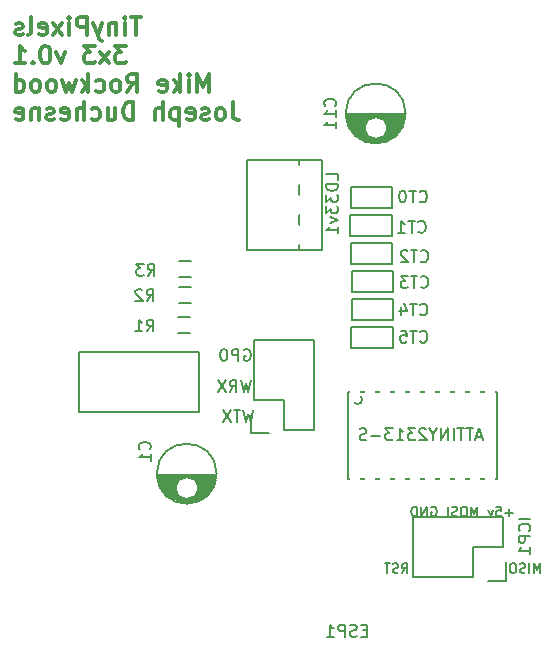
<source format=gbo>
G04 #@! TF.FileFunction,Legend,Bot*
%FSLAX46Y46*%
G04 Gerber Fmt 4.6, Leading zero omitted, Abs format (unit mm)*
G04 Created by KiCad (PCBNEW (2016-01-16 BZR 6488, Git a9216b9)-product) date 1/31/2016 10:30:37 PM*
%MOMM*%
G01*
G04 APERTURE LIST*
%ADD10C,0.100000*%
%ADD11C,0.300000*%
%ADD12C,0.150000*%
%ADD13C,0.200000*%
%ADD14C,0.152400*%
%ADD15R,2.127200X2.127200*%
%ADD16O,2.127200X2.127200*%
%ADD17R,1.700000X1.700000*%
%ADD18C,1.700000*%
%ADD19R,0.900000X2.400000*%
%ADD20O,3.414980X1.906220*%
%ADD21R,2.432000X2.127200*%
%ADD22O,2.432000X2.127200*%
%ADD23R,2.127200X2.432000*%
%ADD24O,2.127200X2.432000*%
%ADD25R,1.600000X1.300000*%
%ADD26R,1.400000X1.400000*%
G04 APERTURE END LIST*
D10*
D11*
X127854932Y-76612191D02*
X126997789Y-76612191D01*
X127426360Y-78112191D02*
X127426360Y-76612191D01*
X126497789Y-78112191D02*
X126497789Y-77112191D01*
X126497789Y-76612191D02*
X126569218Y-76683620D01*
X126497789Y-76755049D01*
X126426361Y-76683620D01*
X126497789Y-76612191D01*
X126497789Y-76755049D01*
X125783503Y-77112191D02*
X125783503Y-78112191D01*
X125783503Y-77255049D02*
X125712075Y-77183620D01*
X125569217Y-77112191D01*
X125354932Y-77112191D01*
X125212075Y-77183620D01*
X125140646Y-77326477D01*
X125140646Y-78112191D01*
X124569217Y-77112191D02*
X124212074Y-78112191D01*
X123854932Y-77112191D02*
X124212074Y-78112191D01*
X124354932Y-78469334D01*
X124426360Y-78540763D01*
X124569217Y-78612191D01*
X123283503Y-78112191D02*
X123283503Y-76612191D01*
X122712075Y-76612191D01*
X122569217Y-76683620D01*
X122497789Y-76755049D01*
X122426360Y-76897906D01*
X122426360Y-77112191D01*
X122497789Y-77255049D01*
X122569217Y-77326477D01*
X122712075Y-77397906D01*
X123283503Y-77397906D01*
X121783503Y-78112191D02*
X121783503Y-77112191D01*
X121783503Y-76612191D02*
X121854932Y-76683620D01*
X121783503Y-76755049D01*
X121712075Y-76683620D01*
X121783503Y-76612191D01*
X121783503Y-76755049D01*
X121212074Y-78112191D02*
X120426360Y-77112191D01*
X121212074Y-77112191D02*
X120426360Y-78112191D01*
X119283503Y-78040763D02*
X119426360Y-78112191D01*
X119712074Y-78112191D01*
X119854931Y-78040763D01*
X119926360Y-77897906D01*
X119926360Y-77326477D01*
X119854931Y-77183620D01*
X119712074Y-77112191D01*
X119426360Y-77112191D01*
X119283503Y-77183620D01*
X119212074Y-77326477D01*
X119212074Y-77469334D01*
X119926360Y-77612191D01*
X118354931Y-78112191D02*
X118497789Y-78040763D01*
X118569217Y-77897906D01*
X118569217Y-76612191D01*
X117854932Y-78040763D02*
X117712075Y-78112191D01*
X117426360Y-78112191D01*
X117283503Y-78040763D01*
X117212075Y-77897906D01*
X117212075Y-77826477D01*
X117283503Y-77683620D01*
X117426360Y-77612191D01*
X117640646Y-77612191D01*
X117783503Y-77540763D01*
X117854932Y-77397906D01*
X117854932Y-77326477D01*
X117783503Y-77183620D01*
X117640646Y-77112191D01*
X117426360Y-77112191D01*
X117283503Y-77183620D01*
X126640644Y-79012191D02*
X125712073Y-79012191D01*
X126212073Y-79583620D01*
X125997787Y-79583620D01*
X125854930Y-79655049D01*
X125783501Y-79726477D01*
X125712073Y-79869334D01*
X125712073Y-80226477D01*
X125783501Y-80369334D01*
X125854930Y-80440763D01*
X125997787Y-80512191D01*
X126426359Y-80512191D01*
X126569216Y-80440763D01*
X126640644Y-80369334D01*
X125212073Y-80512191D02*
X124426359Y-79512191D01*
X125212073Y-79512191D02*
X124426359Y-80512191D01*
X123997787Y-79012191D02*
X123069216Y-79012191D01*
X123569216Y-79583620D01*
X123354930Y-79583620D01*
X123212073Y-79655049D01*
X123140644Y-79726477D01*
X123069216Y-79869334D01*
X123069216Y-80226477D01*
X123140644Y-80369334D01*
X123212073Y-80440763D01*
X123354930Y-80512191D01*
X123783502Y-80512191D01*
X123926359Y-80440763D01*
X123997787Y-80369334D01*
X121426359Y-79512191D02*
X121069216Y-80512191D01*
X120712074Y-79512191D01*
X119854931Y-79012191D02*
X119712074Y-79012191D01*
X119569217Y-79083620D01*
X119497788Y-79155049D01*
X119426359Y-79297906D01*
X119354931Y-79583620D01*
X119354931Y-79940763D01*
X119426359Y-80226477D01*
X119497788Y-80369334D01*
X119569217Y-80440763D01*
X119712074Y-80512191D01*
X119854931Y-80512191D01*
X119997788Y-80440763D01*
X120069217Y-80369334D01*
X120140645Y-80226477D01*
X120212074Y-79940763D01*
X120212074Y-79583620D01*
X120140645Y-79297906D01*
X120069217Y-79155049D01*
X119997788Y-79083620D01*
X119854931Y-79012191D01*
X118712074Y-80369334D02*
X118640646Y-80440763D01*
X118712074Y-80512191D01*
X118783503Y-80440763D01*
X118712074Y-80369334D01*
X118712074Y-80512191D01*
X117212074Y-80512191D02*
X118069217Y-80512191D01*
X117640645Y-80512191D02*
X117640645Y-79012191D01*
X117783502Y-79226477D01*
X117926360Y-79369334D01*
X118069217Y-79440763D01*
X133640647Y-82912191D02*
X133640647Y-81412191D01*
X133140647Y-82483620D01*
X132640647Y-81412191D01*
X132640647Y-82912191D01*
X131926361Y-82912191D02*
X131926361Y-81912191D01*
X131926361Y-81412191D02*
X131997790Y-81483620D01*
X131926361Y-81555049D01*
X131854933Y-81483620D01*
X131926361Y-81412191D01*
X131926361Y-81555049D01*
X131212075Y-82912191D02*
X131212075Y-81412191D01*
X131069218Y-82340763D02*
X130640647Y-82912191D01*
X130640647Y-81912191D02*
X131212075Y-82483620D01*
X129426361Y-82840763D02*
X129569218Y-82912191D01*
X129854932Y-82912191D01*
X129997789Y-82840763D01*
X130069218Y-82697906D01*
X130069218Y-82126477D01*
X129997789Y-81983620D01*
X129854932Y-81912191D01*
X129569218Y-81912191D01*
X129426361Y-81983620D01*
X129354932Y-82126477D01*
X129354932Y-82269334D01*
X130069218Y-82412191D01*
X126712075Y-82912191D02*
X127212075Y-82197906D01*
X127569218Y-82912191D02*
X127569218Y-81412191D01*
X126997790Y-81412191D01*
X126854932Y-81483620D01*
X126783504Y-81555049D01*
X126712075Y-81697906D01*
X126712075Y-81912191D01*
X126783504Y-82055049D01*
X126854932Y-82126477D01*
X126997790Y-82197906D01*
X127569218Y-82197906D01*
X125854932Y-82912191D02*
X125997790Y-82840763D01*
X126069218Y-82769334D01*
X126140647Y-82626477D01*
X126140647Y-82197906D01*
X126069218Y-82055049D01*
X125997790Y-81983620D01*
X125854932Y-81912191D01*
X125640647Y-81912191D01*
X125497790Y-81983620D01*
X125426361Y-82055049D01*
X125354932Y-82197906D01*
X125354932Y-82626477D01*
X125426361Y-82769334D01*
X125497790Y-82840763D01*
X125640647Y-82912191D01*
X125854932Y-82912191D01*
X124069218Y-82840763D02*
X124212075Y-82912191D01*
X124497789Y-82912191D01*
X124640647Y-82840763D01*
X124712075Y-82769334D01*
X124783504Y-82626477D01*
X124783504Y-82197906D01*
X124712075Y-82055049D01*
X124640647Y-81983620D01*
X124497789Y-81912191D01*
X124212075Y-81912191D01*
X124069218Y-81983620D01*
X123426361Y-82912191D02*
X123426361Y-81412191D01*
X123283504Y-82340763D02*
X122854933Y-82912191D01*
X122854933Y-81912191D02*
X123426361Y-82483620D01*
X122354932Y-81912191D02*
X122069218Y-82912191D01*
X121783504Y-82197906D01*
X121497789Y-82912191D01*
X121212075Y-81912191D01*
X120426360Y-82912191D02*
X120569218Y-82840763D01*
X120640646Y-82769334D01*
X120712075Y-82626477D01*
X120712075Y-82197906D01*
X120640646Y-82055049D01*
X120569218Y-81983620D01*
X120426360Y-81912191D01*
X120212075Y-81912191D01*
X120069218Y-81983620D01*
X119997789Y-82055049D01*
X119926360Y-82197906D01*
X119926360Y-82626477D01*
X119997789Y-82769334D01*
X120069218Y-82840763D01*
X120212075Y-82912191D01*
X120426360Y-82912191D01*
X119069217Y-82912191D02*
X119212075Y-82840763D01*
X119283503Y-82769334D01*
X119354932Y-82626477D01*
X119354932Y-82197906D01*
X119283503Y-82055049D01*
X119212075Y-81983620D01*
X119069217Y-81912191D01*
X118854932Y-81912191D01*
X118712075Y-81983620D01*
X118640646Y-82055049D01*
X118569217Y-82197906D01*
X118569217Y-82626477D01*
X118640646Y-82769334D01*
X118712075Y-82840763D01*
X118854932Y-82912191D01*
X119069217Y-82912191D01*
X117283503Y-82912191D02*
X117283503Y-81412191D01*
X117283503Y-82840763D02*
X117426360Y-82912191D01*
X117712074Y-82912191D01*
X117854932Y-82840763D01*
X117926360Y-82769334D01*
X117997789Y-82626477D01*
X117997789Y-82197906D01*
X117926360Y-82055049D01*
X117854932Y-81983620D01*
X117712074Y-81912191D01*
X117426360Y-81912191D01*
X117283503Y-81983620D01*
X135640646Y-83812191D02*
X135640646Y-84883620D01*
X135712074Y-85097906D01*
X135854931Y-85240763D01*
X136069217Y-85312191D01*
X136212074Y-85312191D01*
X134712074Y-85312191D02*
X134854932Y-85240763D01*
X134926360Y-85169334D01*
X134997789Y-85026477D01*
X134997789Y-84597906D01*
X134926360Y-84455049D01*
X134854932Y-84383620D01*
X134712074Y-84312191D01*
X134497789Y-84312191D01*
X134354932Y-84383620D01*
X134283503Y-84455049D01*
X134212074Y-84597906D01*
X134212074Y-85026477D01*
X134283503Y-85169334D01*
X134354932Y-85240763D01*
X134497789Y-85312191D01*
X134712074Y-85312191D01*
X133640646Y-85240763D02*
X133497789Y-85312191D01*
X133212074Y-85312191D01*
X133069217Y-85240763D01*
X132997789Y-85097906D01*
X132997789Y-85026477D01*
X133069217Y-84883620D01*
X133212074Y-84812191D01*
X133426360Y-84812191D01*
X133569217Y-84740763D01*
X133640646Y-84597906D01*
X133640646Y-84526477D01*
X133569217Y-84383620D01*
X133426360Y-84312191D01*
X133212074Y-84312191D01*
X133069217Y-84383620D01*
X131783503Y-85240763D02*
X131926360Y-85312191D01*
X132212074Y-85312191D01*
X132354931Y-85240763D01*
X132426360Y-85097906D01*
X132426360Y-84526477D01*
X132354931Y-84383620D01*
X132212074Y-84312191D01*
X131926360Y-84312191D01*
X131783503Y-84383620D01*
X131712074Y-84526477D01*
X131712074Y-84669334D01*
X132426360Y-84812191D01*
X131069217Y-84312191D02*
X131069217Y-85812191D01*
X131069217Y-84383620D02*
X130926360Y-84312191D01*
X130640646Y-84312191D01*
X130497789Y-84383620D01*
X130426360Y-84455049D01*
X130354931Y-84597906D01*
X130354931Y-85026477D01*
X130426360Y-85169334D01*
X130497789Y-85240763D01*
X130640646Y-85312191D01*
X130926360Y-85312191D01*
X131069217Y-85240763D01*
X129712074Y-85312191D02*
X129712074Y-83812191D01*
X129069217Y-85312191D02*
X129069217Y-84526477D01*
X129140646Y-84383620D01*
X129283503Y-84312191D01*
X129497788Y-84312191D01*
X129640646Y-84383620D01*
X129712074Y-84455049D01*
X127212074Y-85312191D02*
X127212074Y-83812191D01*
X126854931Y-83812191D01*
X126640646Y-83883620D01*
X126497788Y-84026477D01*
X126426360Y-84169334D01*
X126354931Y-84455049D01*
X126354931Y-84669334D01*
X126426360Y-84955049D01*
X126497788Y-85097906D01*
X126640646Y-85240763D01*
X126854931Y-85312191D01*
X127212074Y-85312191D01*
X125069217Y-84312191D02*
X125069217Y-85312191D01*
X125712074Y-84312191D02*
X125712074Y-85097906D01*
X125640646Y-85240763D01*
X125497788Y-85312191D01*
X125283503Y-85312191D01*
X125140646Y-85240763D01*
X125069217Y-85169334D01*
X123712074Y-85240763D02*
X123854931Y-85312191D01*
X124140645Y-85312191D01*
X124283503Y-85240763D01*
X124354931Y-85169334D01*
X124426360Y-85026477D01*
X124426360Y-84597906D01*
X124354931Y-84455049D01*
X124283503Y-84383620D01*
X124140645Y-84312191D01*
X123854931Y-84312191D01*
X123712074Y-84383620D01*
X123069217Y-85312191D02*
X123069217Y-83812191D01*
X122426360Y-85312191D02*
X122426360Y-84526477D01*
X122497789Y-84383620D01*
X122640646Y-84312191D01*
X122854931Y-84312191D01*
X122997789Y-84383620D01*
X123069217Y-84455049D01*
X121140646Y-85240763D02*
X121283503Y-85312191D01*
X121569217Y-85312191D01*
X121712074Y-85240763D01*
X121783503Y-85097906D01*
X121783503Y-84526477D01*
X121712074Y-84383620D01*
X121569217Y-84312191D01*
X121283503Y-84312191D01*
X121140646Y-84383620D01*
X121069217Y-84526477D01*
X121069217Y-84669334D01*
X121783503Y-84812191D01*
X120497789Y-85240763D02*
X120354932Y-85312191D01*
X120069217Y-85312191D01*
X119926360Y-85240763D01*
X119854932Y-85097906D01*
X119854932Y-85026477D01*
X119926360Y-84883620D01*
X120069217Y-84812191D01*
X120283503Y-84812191D01*
X120426360Y-84740763D01*
X120497789Y-84597906D01*
X120497789Y-84526477D01*
X120426360Y-84383620D01*
X120283503Y-84312191D01*
X120069217Y-84312191D01*
X119926360Y-84383620D01*
X119212074Y-84312191D02*
X119212074Y-85312191D01*
X119212074Y-84455049D02*
X119140646Y-84383620D01*
X118997788Y-84312191D01*
X118783503Y-84312191D01*
X118640646Y-84383620D01*
X118569217Y-84526477D01*
X118569217Y-85312191D01*
X117283503Y-85240763D02*
X117426360Y-85312191D01*
X117712074Y-85312191D01*
X117854931Y-85240763D01*
X117926360Y-85097906D01*
X117926360Y-84526477D01*
X117854931Y-84383620D01*
X117712074Y-84312191D01*
X117426360Y-84312191D01*
X117283503Y-84383620D01*
X117212074Y-84526477D01*
X117212074Y-84669334D01*
X117926360Y-84812191D01*
D12*
X149970435Y-123650965D02*
X150237102Y-123270012D01*
X150427578Y-123650965D02*
X150427578Y-122850965D01*
X150122816Y-122850965D01*
X150046625Y-122889060D01*
X150008530Y-122927155D01*
X149970435Y-123003346D01*
X149970435Y-123117631D01*
X150008530Y-123193822D01*
X150046625Y-123231917D01*
X150122816Y-123270012D01*
X150427578Y-123270012D01*
X149665673Y-123612870D02*
X149551387Y-123650965D01*
X149360911Y-123650965D01*
X149284721Y-123612870D01*
X149246625Y-123574774D01*
X149208530Y-123498584D01*
X149208530Y-123422393D01*
X149246625Y-123346203D01*
X149284721Y-123308108D01*
X149360911Y-123270012D01*
X149513292Y-123231917D01*
X149589483Y-123193822D01*
X149627578Y-123155727D01*
X149665673Y-123079536D01*
X149665673Y-123003346D01*
X149627578Y-122927155D01*
X149589483Y-122889060D01*
X149513292Y-122850965D01*
X149322816Y-122850965D01*
X149208530Y-122889060D01*
X148979959Y-122850965D02*
X148522816Y-122850965D01*
X148751387Y-123650965D02*
X148751387Y-122850965D01*
X161668303Y-123650965D02*
X161668303Y-122850965D01*
X161401636Y-123422393D01*
X161134969Y-122850965D01*
X161134969Y-123650965D01*
X160754017Y-123650965D02*
X160754017Y-122850965D01*
X160411160Y-123612870D02*
X160296874Y-123650965D01*
X160106398Y-123650965D01*
X160030208Y-123612870D01*
X159992112Y-123574774D01*
X159954017Y-123498584D01*
X159954017Y-123422393D01*
X159992112Y-123346203D01*
X160030208Y-123308108D01*
X160106398Y-123270012D01*
X160258779Y-123231917D01*
X160334970Y-123193822D01*
X160373065Y-123155727D01*
X160411160Y-123079536D01*
X160411160Y-123003346D01*
X160373065Y-122927155D01*
X160334970Y-122889060D01*
X160258779Y-122850965D01*
X160068303Y-122850965D01*
X159954017Y-122889060D01*
X159458779Y-122850965D02*
X159306398Y-122850965D01*
X159230207Y-122889060D01*
X159154017Y-122965250D01*
X159115922Y-123117631D01*
X159115922Y-123384298D01*
X159154017Y-123536679D01*
X159230207Y-123612870D01*
X159306398Y-123650965D01*
X159458779Y-123650965D01*
X159534969Y-123612870D01*
X159611160Y-123536679D01*
X159649255Y-123384298D01*
X159649255Y-123117631D01*
X159611160Y-122965250D01*
X159534969Y-122889060D01*
X159458779Y-122850965D01*
X159341287Y-118550683D02*
X158731763Y-118550683D01*
X159036525Y-118855445D02*
X159036525Y-118245921D01*
X157969858Y-118055445D02*
X158350811Y-118055445D01*
X158388906Y-118436397D01*
X158350811Y-118398302D01*
X158274620Y-118360207D01*
X158084144Y-118360207D01*
X158007954Y-118398302D01*
X157969858Y-118436397D01*
X157931763Y-118512588D01*
X157931763Y-118703064D01*
X157969858Y-118779254D01*
X158007954Y-118817350D01*
X158084144Y-118855445D01*
X158274620Y-118855445D01*
X158350811Y-118817350D01*
X158388906Y-118779254D01*
X157665096Y-118322111D02*
X157474620Y-118855445D01*
X157284144Y-118322111D01*
X156369858Y-118855445D02*
X156369858Y-118055445D01*
X156103191Y-118626873D01*
X155836524Y-118055445D01*
X155836524Y-118855445D01*
X155303191Y-118055445D02*
X155150810Y-118055445D01*
X155074619Y-118093540D01*
X154998429Y-118169730D01*
X154960334Y-118322111D01*
X154960334Y-118588778D01*
X154998429Y-118741159D01*
X155074619Y-118817350D01*
X155150810Y-118855445D01*
X155303191Y-118855445D01*
X155379381Y-118817350D01*
X155455572Y-118741159D01*
X155493667Y-118588778D01*
X155493667Y-118322111D01*
X155455572Y-118169730D01*
X155379381Y-118093540D01*
X155303191Y-118055445D01*
X154655572Y-118817350D02*
X154541286Y-118855445D01*
X154350810Y-118855445D01*
X154274620Y-118817350D01*
X154236524Y-118779254D01*
X154198429Y-118703064D01*
X154198429Y-118626873D01*
X154236524Y-118550683D01*
X154274620Y-118512588D01*
X154350810Y-118474492D01*
X154503191Y-118436397D01*
X154579382Y-118398302D01*
X154617477Y-118360207D01*
X154655572Y-118284016D01*
X154655572Y-118207826D01*
X154617477Y-118131635D01*
X154579382Y-118093540D01*
X154503191Y-118055445D01*
X154312715Y-118055445D01*
X154198429Y-118093540D01*
X153855572Y-118855445D02*
X153855572Y-118055445D01*
X152446048Y-118093540D02*
X152522239Y-118055445D01*
X152636524Y-118055445D01*
X152750810Y-118093540D01*
X152827001Y-118169730D01*
X152865096Y-118245921D01*
X152903191Y-118398302D01*
X152903191Y-118512588D01*
X152865096Y-118664969D01*
X152827001Y-118741159D01*
X152750810Y-118817350D01*
X152636524Y-118855445D01*
X152560334Y-118855445D01*
X152446048Y-118817350D01*
X152407953Y-118779254D01*
X152407953Y-118512588D01*
X152560334Y-118512588D01*
X152065096Y-118855445D02*
X152065096Y-118055445D01*
X151607953Y-118855445D01*
X151607953Y-118055445D01*
X151227001Y-118855445D02*
X151227001Y-118055445D01*
X151036525Y-118055445D01*
X150922239Y-118093540D01*
X150846048Y-118169730D01*
X150807953Y-118245921D01*
X150769858Y-118398302D01*
X150769858Y-118512588D01*
X150807953Y-118664969D01*
X150846048Y-118741159D01*
X150922239Y-118817350D01*
X151036525Y-118855445D01*
X151227001Y-118855445D01*
D13*
X137185542Y-107313481D02*
X136947447Y-108313481D01*
X136756970Y-107599195D01*
X136566494Y-108313481D01*
X136328399Y-107313481D01*
X135376018Y-108313481D02*
X135709352Y-107837290D01*
X135947447Y-108313481D02*
X135947447Y-107313481D01*
X135566494Y-107313481D01*
X135471256Y-107361100D01*
X135423637Y-107408719D01*
X135376018Y-107503957D01*
X135376018Y-107646814D01*
X135423637Y-107742052D01*
X135471256Y-107789671D01*
X135566494Y-107837290D01*
X135947447Y-107837290D01*
X135042685Y-107313481D02*
X134376018Y-108313481D01*
X134376018Y-107313481D02*
X135042685Y-108313481D01*
X137401774Y-109896661D02*
X137163679Y-110896661D01*
X136973202Y-110182375D01*
X136782726Y-110896661D01*
X136544631Y-109896661D01*
X136306536Y-109896661D02*
X135735107Y-109896661D01*
X136020822Y-110896661D02*
X136020822Y-109896661D01*
X135497012Y-109896661D02*
X134830345Y-110896661D01*
X134830345Y-109896661D02*
X135497012Y-110896661D01*
X136611905Y-104742360D02*
X136707143Y-104694741D01*
X136850000Y-104694741D01*
X136992858Y-104742360D01*
X137088096Y-104837598D01*
X137135715Y-104932836D01*
X137183334Y-105123312D01*
X137183334Y-105266170D01*
X137135715Y-105456646D01*
X137088096Y-105551884D01*
X136992858Y-105647122D01*
X136850000Y-105694741D01*
X136754762Y-105694741D01*
X136611905Y-105647122D01*
X136564286Y-105599503D01*
X136564286Y-105266170D01*
X136754762Y-105266170D01*
X136135715Y-105694741D02*
X136135715Y-104694741D01*
X135754762Y-104694741D01*
X135659524Y-104742360D01*
X135611905Y-104789979D01*
X135564286Y-104885217D01*
X135564286Y-105028074D01*
X135611905Y-105123312D01*
X135659524Y-105170931D01*
X135754762Y-105218550D01*
X136135715Y-105218550D01*
X134945239Y-104694741D02*
X134850000Y-104694741D01*
X134754762Y-104742360D01*
X134707143Y-104789979D01*
X134659524Y-104885217D01*
X134611905Y-105075693D01*
X134611905Y-105313789D01*
X134659524Y-105504265D01*
X134707143Y-105599503D01*
X134754762Y-105647122D01*
X134850000Y-105694741D01*
X134945239Y-105694741D01*
X135040477Y-105647122D01*
X135088096Y-105599503D01*
X135135715Y-105504265D01*
X135183334Y-105313789D01*
X135183334Y-105075693D01*
X135135715Y-104885217D01*
X135088096Y-104789979D01*
X135040477Y-104742360D01*
X134945239Y-104694741D01*
D14*
X132770000Y-107480000D02*
X132770000Y-110020000D01*
X132770000Y-110020000D02*
X130230000Y-110020000D01*
X130230000Y-110020000D02*
X122610000Y-110020000D01*
X122610000Y-110020000D02*
X122610000Y-104940000D01*
X122610000Y-104940000D02*
X132770000Y-104940000D01*
X132770000Y-104940000D02*
X132770000Y-107480000D01*
D12*
X129251000Y-115325000D02*
X134249000Y-115325000D01*
X129259000Y-115465000D02*
X134241000Y-115465000D01*
X129275000Y-115605000D02*
X131655000Y-115605000D01*
X131845000Y-115605000D02*
X134225000Y-115605000D01*
X129299000Y-115745000D02*
X131260000Y-115745000D01*
X132240000Y-115745000D02*
X134201000Y-115745000D01*
X129332000Y-115885000D02*
X131093000Y-115885000D01*
X132407000Y-115885000D02*
X134168000Y-115885000D01*
X129373000Y-116025000D02*
X130986000Y-116025000D01*
X132514000Y-116025000D02*
X134127000Y-116025000D01*
X129423000Y-116165000D02*
X130915000Y-116165000D01*
X132585000Y-116165000D02*
X134077000Y-116165000D01*
X129484000Y-116305000D02*
X130871000Y-116305000D01*
X132629000Y-116305000D02*
X134016000Y-116305000D01*
X129554000Y-116445000D02*
X130852000Y-116445000D01*
X132648000Y-116445000D02*
X133946000Y-116445000D01*
X129636000Y-116585000D02*
X130854000Y-116585000D01*
X132646000Y-116585000D02*
X133864000Y-116585000D01*
X129731000Y-116725000D02*
X130879000Y-116725000D01*
X132621000Y-116725000D02*
X133769000Y-116725000D01*
X129842000Y-116865000D02*
X130927000Y-116865000D01*
X132573000Y-116865000D02*
X133658000Y-116865000D01*
X129970000Y-117005000D02*
X131005000Y-117005000D01*
X132495000Y-117005000D02*
X133530000Y-117005000D01*
X130119000Y-117145000D02*
X131122000Y-117145000D01*
X132378000Y-117145000D02*
X133381000Y-117145000D01*
X130298000Y-117285000D02*
X131310000Y-117285000D01*
X132190000Y-117285000D02*
X133202000Y-117285000D01*
X130517000Y-117425000D02*
X132983000Y-117425000D01*
X130806000Y-117565000D02*
X132694000Y-117565000D01*
X131278000Y-117705000D02*
X132222000Y-117705000D01*
X132650000Y-116500000D02*
G75*
G03X132650000Y-116500000I-900000J0D01*
G01*
X134287500Y-115250000D02*
G75*
G03X134287500Y-115250000I-2537500J0D01*
G01*
X145251000Y-84825000D02*
X150249000Y-84825000D01*
X145259000Y-84965000D02*
X150241000Y-84965000D01*
X145275000Y-85105000D02*
X147655000Y-85105000D01*
X147845000Y-85105000D02*
X150225000Y-85105000D01*
X145299000Y-85245000D02*
X147260000Y-85245000D01*
X148240000Y-85245000D02*
X150201000Y-85245000D01*
X145332000Y-85385000D02*
X147093000Y-85385000D01*
X148407000Y-85385000D02*
X150168000Y-85385000D01*
X145373000Y-85525000D02*
X146986000Y-85525000D01*
X148514000Y-85525000D02*
X150127000Y-85525000D01*
X145423000Y-85665000D02*
X146915000Y-85665000D01*
X148585000Y-85665000D02*
X150077000Y-85665000D01*
X145484000Y-85805000D02*
X146871000Y-85805000D01*
X148629000Y-85805000D02*
X150016000Y-85805000D01*
X145554000Y-85945000D02*
X146852000Y-85945000D01*
X148648000Y-85945000D02*
X149946000Y-85945000D01*
X145636000Y-86085000D02*
X146854000Y-86085000D01*
X148646000Y-86085000D02*
X149864000Y-86085000D01*
X145731000Y-86225000D02*
X146879000Y-86225000D01*
X148621000Y-86225000D02*
X149769000Y-86225000D01*
X145842000Y-86365000D02*
X146927000Y-86365000D01*
X148573000Y-86365000D02*
X149658000Y-86365000D01*
X145970000Y-86505000D02*
X147005000Y-86505000D01*
X148495000Y-86505000D02*
X149530000Y-86505000D01*
X146119000Y-86645000D02*
X147122000Y-86645000D01*
X148378000Y-86645000D02*
X149381000Y-86645000D01*
X146298000Y-86785000D02*
X147310000Y-86785000D01*
X148190000Y-86785000D02*
X149202000Y-86785000D01*
X146517000Y-86925000D02*
X148983000Y-86925000D01*
X146806000Y-87065000D02*
X148694000Y-87065000D01*
X147278000Y-87205000D02*
X148222000Y-87205000D01*
X148650000Y-86000000D02*
G75*
G03X148650000Y-86000000I-900000J0D01*
G01*
X150287500Y-84750000D02*
G75*
G03X150287500Y-84750000I-2537500J0D01*
G01*
X137480000Y-108980000D02*
X137480000Y-103900000D01*
X137200000Y-111800000D02*
X138750000Y-111800000D01*
X140020000Y-111520000D02*
X140020000Y-108980000D01*
X140020000Y-108980000D02*
X137480000Y-108980000D01*
X137480000Y-103900000D02*
X142560000Y-103900000D01*
X142560000Y-103900000D02*
X142560000Y-108980000D01*
X137200000Y-111800000D02*
X137200000Y-110250000D01*
X142560000Y-111520000D02*
X140020000Y-111520000D01*
X142560000Y-108980000D02*
X142560000Y-111520000D01*
X146603553Y-109000000D02*
G75*
G03X146603553Y-109000000I-353553J0D01*
G01*
X158050000Y-115700000D02*
X158050000Y-108300000D01*
X158050000Y-108300000D02*
X145450000Y-108300000D01*
X145450000Y-108300000D02*
X145450000Y-115700000D01*
X145450000Y-115700000D02*
X158050000Y-115700000D01*
X155980000Y-124020000D02*
X150900000Y-124020000D01*
X158800000Y-124300000D02*
X158800000Y-122750000D01*
X158520000Y-121480000D02*
X155980000Y-121480000D01*
X155980000Y-121480000D02*
X155980000Y-124020000D01*
X150900000Y-124020000D02*
X150900000Y-118940000D01*
X150900000Y-118940000D02*
X155980000Y-118940000D01*
X158800000Y-124300000D02*
X157250000Y-124300000D01*
X158520000Y-118940000D02*
X158520000Y-121480000D01*
X155980000Y-118940000D02*
X158520000Y-118940000D01*
X143175000Y-96310000D02*
X136825000Y-96310000D01*
X143175000Y-88690000D02*
X136825000Y-88690000D01*
X141270000Y-88690000D02*
X141270000Y-96310000D01*
X143175000Y-96310000D02*
X143175000Y-88690000D01*
X136825000Y-88690000D02*
X136825000Y-96310000D01*
X132031000Y-102005000D02*
X131031000Y-102005000D01*
X131031000Y-103355000D02*
X132031000Y-103355000D01*
X131103000Y-100825000D02*
X132103000Y-100825000D01*
X132103000Y-99475000D02*
X131103000Y-99475000D01*
X131105000Y-98622500D02*
X132105000Y-98622500D01*
X132105000Y-97272500D02*
X131105000Y-97272500D01*
X145624000Y-90943900D02*
X145624000Y-92743900D01*
X145624000Y-90943900D02*
X149124000Y-90943900D01*
X149124000Y-90943900D02*
X149124000Y-92743900D01*
X149124000Y-92743900D02*
X145624000Y-92743900D01*
X145609000Y-93331500D02*
X145609000Y-95131500D01*
X145609000Y-93331500D02*
X149109000Y-93331500D01*
X149109000Y-93331500D02*
X149109000Y-95131500D01*
X149109000Y-95131500D02*
X145609000Y-95131500D01*
X145656000Y-95716500D02*
X145656000Y-97516500D01*
X145656000Y-95716500D02*
X149156000Y-95716500D01*
X149156000Y-95716500D02*
X149156000Y-97516500D01*
X149156000Y-97516500D02*
X145656000Y-97516500D01*
X145731000Y-98101600D02*
X145731000Y-99901600D01*
X145731000Y-98101600D02*
X149231000Y-98101600D01*
X149231000Y-98101600D02*
X149231000Y-99901600D01*
X149231000Y-99901600D02*
X145731000Y-99901600D01*
X145735000Y-100446000D02*
X145735000Y-102246000D01*
X145735000Y-100446000D02*
X149235000Y-100446000D01*
X149235000Y-100446000D02*
X149235000Y-102246000D01*
X149235000Y-102246000D02*
X145735000Y-102246000D01*
X145694000Y-102831000D02*
X145694000Y-104631000D01*
X145694000Y-102831000D02*
X149194000Y-102831000D01*
X149194000Y-102831000D02*
X149194000Y-104631000D01*
X149194000Y-104631000D02*
X145694000Y-104631000D01*
X128606823Y-113201154D02*
X128654442Y-113153535D01*
X128702061Y-113010678D01*
X128702061Y-112915440D01*
X128654442Y-112772582D01*
X128559204Y-112677344D01*
X128463966Y-112629725D01*
X128273490Y-112582106D01*
X128130632Y-112582106D01*
X127940156Y-112629725D01*
X127844918Y-112677344D01*
X127749680Y-112772582D01*
X127702061Y-112915440D01*
X127702061Y-113010678D01*
X127749680Y-113153535D01*
X127797299Y-113201154D01*
X128702061Y-114153535D02*
X128702061Y-113582106D01*
X128702061Y-113867820D02*
X127702061Y-113867820D01*
X127844918Y-113772582D01*
X127940156Y-113677344D01*
X127987775Y-113582106D01*
X144307143Y-84107143D02*
X144354762Y-84059524D01*
X144402381Y-83916667D01*
X144402381Y-83821429D01*
X144354762Y-83678571D01*
X144259524Y-83583333D01*
X144164286Y-83535714D01*
X143973810Y-83488095D01*
X143830952Y-83488095D01*
X143640476Y-83535714D01*
X143545238Y-83583333D01*
X143450000Y-83678571D01*
X143402381Y-83821429D01*
X143402381Y-83916667D01*
X143450000Y-84059524D01*
X143497619Y-84107143D01*
X144402381Y-85059524D02*
X144402381Y-84488095D01*
X144402381Y-84773809D02*
X143402381Y-84773809D01*
X143545238Y-84678571D01*
X143640476Y-84583333D01*
X143688095Y-84488095D01*
X144402381Y-86011905D02*
X144402381Y-85440476D01*
X144402381Y-85726190D02*
X143402381Y-85726190D01*
X143545238Y-85630952D01*
X143640476Y-85535714D01*
X143688095Y-85440476D01*
X147000387Y-128516071D02*
X146667053Y-128516071D01*
X146524196Y-129039881D02*
X147000387Y-129039881D01*
X147000387Y-128039881D01*
X146524196Y-128039881D01*
X146143244Y-128992262D02*
X146000387Y-129039881D01*
X145762291Y-129039881D01*
X145667053Y-128992262D01*
X145619434Y-128944643D01*
X145571815Y-128849405D01*
X145571815Y-128754167D01*
X145619434Y-128658929D01*
X145667053Y-128611310D01*
X145762291Y-128563690D01*
X145952768Y-128516071D01*
X146048006Y-128468452D01*
X146095625Y-128420833D01*
X146143244Y-128325595D01*
X146143244Y-128230357D01*
X146095625Y-128135119D01*
X146048006Y-128087500D01*
X145952768Y-128039881D01*
X145714672Y-128039881D01*
X145571815Y-128087500D01*
X145143244Y-129039881D02*
X145143244Y-128039881D01*
X144762291Y-128039881D01*
X144667053Y-128087500D01*
X144619434Y-128135119D01*
X144571815Y-128230357D01*
X144571815Y-128373214D01*
X144619434Y-128468452D01*
X144667053Y-128516071D01*
X144762291Y-128563690D01*
X145143244Y-128563690D01*
X143619434Y-129039881D02*
X144190863Y-129039881D01*
X143905149Y-129039881D02*
X143905149Y-128039881D01*
X144000387Y-128182738D01*
X144095625Y-128277976D01*
X144190863Y-128325595D01*
X156772596Y-112122247D02*
X156296405Y-112122247D01*
X156867834Y-112407961D02*
X156534501Y-111407961D01*
X156201167Y-112407961D01*
X156010691Y-111407961D02*
X155439262Y-111407961D01*
X155724977Y-112407961D02*
X155724977Y-111407961D01*
X155248786Y-111407961D02*
X154677357Y-111407961D01*
X154963072Y-112407961D02*
X154963072Y-111407961D01*
X154344024Y-112407961D02*
X154344024Y-111407961D01*
X153867834Y-112407961D02*
X153867834Y-111407961D01*
X153296405Y-112407961D01*
X153296405Y-111407961D01*
X152629739Y-111931770D02*
X152629739Y-112407961D01*
X152963072Y-111407961D02*
X152629739Y-111931770D01*
X152296405Y-111407961D01*
X152010691Y-111503199D02*
X151963072Y-111455580D01*
X151867834Y-111407961D01*
X151629738Y-111407961D01*
X151534500Y-111455580D01*
X151486881Y-111503199D01*
X151439262Y-111598437D01*
X151439262Y-111693675D01*
X151486881Y-111836532D01*
X152058310Y-112407961D01*
X151439262Y-112407961D01*
X151105929Y-111407961D02*
X150486881Y-111407961D01*
X150820215Y-111788913D01*
X150677357Y-111788913D01*
X150582119Y-111836532D01*
X150534500Y-111884151D01*
X150486881Y-111979390D01*
X150486881Y-112217485D01*
X150534500Y-112312723D01*
X150582119Y-112360342D01*
X150677357Y-112407961D01*
X150963072Y-112407961D01*
X151058310Y-112360342D01*
X151105929Y-112312723D01*
X149534500Y-112407961D02*
X150105929Y-112407961D01*
X149820215Y-112407961D02*
X149820215Y-111407961D01*
X149915453Y-111550818D01*
X150010691Y-111646056D01*
X150105929Y-111693675D01*
X149201167Y-111407961D02*
X148582119Y-111407961D01*
X148915453Y-111788913D01*
X148772595Y-111788913D01*
X148677357Y-111836532D01*
X148629738Y-111884151D01*
X148582119Y-111979390D01*
X148582119Y-112217485D01*
X148629738Y-112312723D01*
X148677357Y-112360342D01*
X148772595Y-112407961D01*
X149058310Y-112407961D01*
X149153548Y-112360342D01*
X149201167Y-112312723D01*
X148153548Y-112027009D02*
X147391643Y-112027009D01*
X146963072Y-112360342D02*
X146820215Y-112407961D01*
X146582119Y-112407961D01*
X146486881Y-112360342D01*
X146439262Y-112312723D01*
X146391643Y-112217485D01*
X146391643Y-112122247D01*
X146439262Y-112027009D01*
X146486881Y-111979390D01*
X146582119Y-111931770D01*
X146772596Y-111884151D01*
X146867834Y-111836532D01*
X146915453Y-111788913D01*
X146963072Y-111693675D01*
X146963072Y-111598437D01*
X146915453Y-111503199D01*
X146867834Y-111455580D01*
X146772596Y-111407961D01*
X146534500Y-111407961D01*
X146391643Y-111455580D01*
X160855921Y-119046810D02*
X159855921Y-119046810D01*
X160760683Y-120094429D02*
X160808302Y-120046810D01*
X160855921Y-119903953D01*
X160855921Y-119808715D01*
X160808302Y-119665857D01*
X160713064Y-119570619D01*
X160617826Y-119523000D01*
X160427350Y-119475381D01*
X160284492Y-119475381D01*
X160094016Y-119523000D01*
X159998778Y-119570619D01*
X159903540Y-119665857D01*
X159855921Y-119808715D01*
X159855921Y-119903953D01*
X159903540Y-120046810D01*
X159951159Y-120094429D01*
X160855921Y-120523000D02*
X159855921Y-120523000D01*
X159855921Y-120903953D01*
X159903540Y-120999191D01*
X159951159Y-121046810D01*
X160046397Y-121094429D01*
X160189254Y-121094429D01*
X160284492Y-121046810D01*
X160332111Y-120999191D01*
X160379730Y-120903953D01*
X160379730Y-120523000D01*
X160855921Y-122046810D02*
X160855921Y-121475381D01*
X160855921Y-121761095D02*
X159855921Y-121761095D01*
X159998778Y-121665857D01*
X160094016Y-121570619D01*
X160141635Y-121475381D01*
X144551661Y-90389960D02*
X144551661Y-89913769D01*
X143551661Y-89913769D01*
X144551661Y-90723293D02*
X143551661Y-90723293D01*
X143551661Y-90961388D01*
X143599280Y-91104246D01*
X143694518Y-91199484D01*
X143789756Y-91247103D01*
X143980232Y-91294722D01*
X144123090Y-91294722D01*
X144313566Y-91247103D01*
X144408804Y-91199484D01*
X144504042Y-91104246D01*
X144551661Y-90961388D01*
X144551661Y-90723293D01*
X143551661Y-91628055D02*
X143551661Y-92247103D01*
X143932613Y-91913769D01*
X143932613Y-92056627D01*
X143980232Y-92151865D01*
X144027851Y-92199484D01*
X144123090Y-92247103D01*
X144361185Y-92247103D01*
X144456423Y-92199484D01*
X144504042Y-92151865D01*
X144551661Y-92056627D01*
X144551661Y-91770912D01*
X144504042Y-91675674D01*
X144456423Y-91628055D01*
X143551661Y-92580436D02*
X143551661Y-93199484D01*
X143932613Y-92866150D01*
X143932613Y-93009008D01*
X143980232Y-93104246D01*
X144027851Y-93151865D01*
X144123090Y-93199484D01*
X144361185Y-93199484D01*
X144456423Y-93151865D01*
X144504042Y-93104246D01*
X144551661Y-93009008D01*
X144551661Y-92723293D01*
X144504042Y-92628055D01*
X144456423Y-92580436D01*
X143884994Y-93532817D02*
X144551661Y-93770912D01*
X143884994Y-94009008D01*
X144551661Y-94913770D02*
X144551661Y-94342341D01*
X144551661Y-94628055D02*
X143551661Y-94628055D01*
X143694518Y-94532817D01*
X143789756Y-94437579D01*
X143837375Y-94342341D01*
X128363006Y-103210621D02*
X128696340Y-102734430D01*
X128934435Y-103210621D02*
X128934435Y-102210621D01*
X128553482Y-102210621D01*
X128458244Y-102258240D01*
X128410625Y-102305859D01*
X128363006Y-102401097D01*
X128363006Y-102543954D01*
X128410625Y-102639192D01*
X128458244Y-102686811D01*
X128553482Y-102734430D01*
X128934435Y-102734430D01*
X127410625Y-103210621D02*
X127982054Y-103210621D01*
X127696340Y-103210621D02*
X127696340Y-102210621D01*
X127791578Y-102353478D01*
X127886816Y-102448716D01*
X127982054Y-102496335D01*
X128363006Y-100612201D02*
X128696340Y-100136010D01*
X128934435Y-100612201D02*
X128934435Y-99612201D01*
X128553482Y-99612201D01*
X128458244Y-99659820D01*
X128410625Y-99707439D01*
X128363006Y-99802677D01*
X128363006Y-99945534D01*
X128410625Y-100040772D01*
X128458244Y-100088391D01*
X128553482Y-100136010D01*
X128934435Y-100136010D01*
X127982054Y-99707439D02*
X127934435Y-99659820D01*
X127839197Y-99612201D01*
X127601101Y-99612201D01*
X127505863Y-99659820D01*
X127458244Y-99707439D01*
X127410625Y-99802677D01*
X127410625Y-99897915D01*
X127458244Y-100040772D01*
X128029673Y-100612201D01*
X127410625Y-100612201D01*
X128446826Y-98483681D02*
X128780160Y-98007490D01*
X129018255Y-98483681D02*
X129018255Y-97483681D01*
X128637302Y-97483681D01*
X128542064Y-97531300D01*
X128494445Y-97578919D01*
X128446826Y-97674157D01*
X128446826Y-97817014D01*
X128494445Y-97912252D01*
X128542064Y-97959871D01*
X128637302Y-98007490D01*
X129018255Y-98007490D01*
X128113493Y-97483681D02*
X127494445Y-97483681D01*
X127827779Y-97864633D01*
X127684921Y-97864633D01*
X127589683Y-97912252D01*
X127542064Y-97959871D01*
X127494445Y-98055110D01*
X127494445Y-98293205D01*
X127542064Y-98388443D01*
X127589683Y-98436062D01*
X127684921Y-98483681D01*
X127970636Y-98483681D01*
X128065874Y-98436062D01*
X128113493Y-98388443D01*
X151464259Y-92188303D02*
X151511878Y-92235922D01*
X151654735Y-92283541D01*
X151749973Y-92283541D01*
X151892831Y-92235922D01*
X151988069Y-92140684D01*
X152035688Y-92045446D01*
X152083307Y-91854970D01*
X152083307Y-91712112D01*
X152035688Y-91521636D01*
X151988069Y-91426398D01*
X151892831Y-91331160D01*
X151749973Y-91283541D01*
X151654735Y-91283541D01*
X151511878Y-91331160D01*
X151464259Y-91378779D01*
X151178545Y-91283541D02*
X150607116Y-91283541D01*
X150892831Y-92283541D02*
X150892831Y-91283541D01*
X150083307Y-91283541D02*
X149988068Y-91283541D01*
X149892830Y-91331160D01*
X149845211Y-91378779D01*
X149797592Y-91474017D01*
X149749973Y-91664493D01*
X149749973Y-91902589D01*
X149797592Y-92093065D01*
X149845211Y-92188303D01*
X149892830Y-92235922D01*
X149988068Y-92283541D01*
X150083307Y-92283541D01*
X150178545Y-92235922D01*
X150226164Y-92188303D01*
X150273783Y-92093065D01*
X150321402Y-91902589D01*
X150321402Y-91664493D01*
X150273783Y-91474017D01*
X150226164Y-91378779D01*
X150178545Y-91331160D01*
X150083307Y-91283541D01*
X151365199Y-94746083D02*
X151412818Y-94793702D01*
X151555675Y-94841321D01*
X151650913Y-94841321D01*
X151793771Y-94793702D01*
X151889009Y-94698464D01*
X151936628Y-94603226D01*
X151984247Y-94412750D01*
X151984247Y-94269892D01*
X151936628Y-94079416D01*
X151889009Y-93984178D01*
X151793771Y-93888940D01*
X151650913Y-93841321D01*
X151555675Y-93841321D01*
X151412818Y-93888940D01*
X151365199Y-93936559D01*
X151079485Y-93841321D02*
X150508056Y-93841321D01*
X150793771Y-94841321D02*
X150793771Y-93841321D01*
X149650913Y-94841321D02*
X150222342Y-94841321D01*
X149936628Y-94841321D02*
X149936628Y-93841321D01*
X150031866Y-93984178D01*
X150127104Y-94079416D01*
X150222342Y-94127035D01*
X151573479Y-97240363D02*
X151621098Y-97287982D01*
X151763955Y-97335601D01*
X151859193Y-97335601D01*
X152002051Y-97287982D01*
X152097289Y-97192744D01*
X152144908Y-97097506D01*
X152192527Y-96907030D01*
X152192527Y-96764172D01*
X152144908Y-96573696D01*
X152097289Y-96478458D01*
X152002051Y-96383220D01*
X151859193Y-96335601D01*
X151763955Y-96335601D01*
X151621098Y-96383220D01*
X151573479Y-96430839D01*
X151287765Y-96335601D02*
X150716336Y-96335601D01*
X151002051Y-97335601D02*
X151002051Y-96335601D01*
X150430622Y-96430839D02*
X150383003Y-96383220D01*
X150287765Y-96335601D01*
X150049669Y-96335601D01*
X149954431Y-96383220D01*
X149906812Y-96430839D01*
X149859193Y-96526077D01*
X149859193Y-96621315D01*
X149906812Y-96764172D01*
X150478241Y-97335601D01*
X149859193Y-97335601D01*
X151573479Y-99437463D02*
X151621098Y-99485082D01*
X151763955Y-99532701D01*
X151859193Y-99532701D01*
X152002051Y-99485082D01*
X152097289Y-99389844D01*
X152144908Y-99294606D01*
X152192527Y-99104130D01*
X152192527Y-98961272D01*
X152144908Y-98770796D01*
X152097289Y-98675558D01*
X152002051Y-98580320D01*
X151859193Y-98532701D01*
X151763955Y-98532701D01*
X151621098Y-98580320D01*
X151573479Y-98627939D01*
X151287765Y-98532701D02*
X150716336Y-98532701D01*
X151002051Y-99532701D02*
X151002051Y-98532701D01*
X150478241Y-98532701D02*
X149859193Y-98532701D01*
X150192527Y-98913653D01*
X150049669Y-98913653D01*
X149954431Y-98961272D01*
X149906812Y-99008891D01*
X149859193Y-99104130D01*
X149859193Y-99342225D01*
X149906812Y-99437463D01*
X149954431Y-99485082D01*
X150049669Y-99532701D01*
X150335384Y-99532701D01*
X150430622Y-99485082D01*
X150478241Y-99437463D01*
X151520139Y-101746323D02*
X151567758Y-101793942D01*
X151710615Y-101841561D01*
X151805853Y-101841561D01*
X151948711Y-101793942D01*
X152043949Y-101698704D01*
X152091568Y-101603466D01*
X152139187Y-101412990D01*
X152139187Y-101270132D01*
X152091568Y-101079656D01*
X152043949Y-100984418D01*
X151948711Y-100889180D01*
X151805853Y-100841561D01*
X151710615Y-100841561D01*
X151567758Y-100889180D01*
X151520139Y-100936799D01*
X151234425Y-100841561D02*
X150662996Y-100841561D01*
X150948711Y-101841561D02*
X150948711Y-100841561D01*
X149901091Y-101174894D02*
X149901091Y-101841561D01*
X150139187Y-100793942D02*
X150377282Y-101508228D01*
X149758234Y-101508228D01*
X151520139Y-104052643D02*
X151567758Y-104100262D01*
X151710615Y-104147881D01*
X151805853Y-104147881D01*
X151948711Y-104100262D01*
X152043949Y-104005024D01*
X152091568Y-103909786D01*
X152139187Y-103719310D01*
X152139187Y-103576452D01*
X152091568Y-103385976D01*
X152043949Y-103290738D01*
X151948711Y-103195500D01*
X151805853Y-103147881D01*
X151710615Y-103147881D01*
X151567758Y-103195500D01*
X151520139Y-103243119D01*
X151234425Y-103147881D02*
X150662996Y-103147881D01*
X150948711Y-104147881D02*
X150948711Y-103147881D01*
X149853472Y-103147881D02*
X150329663Y-103147881D01*
X150377282Y-103624071D01*
X150329663Y-103576452D01*
X150234425Y-103528833D01*
X149996329Y-103528833D01*
X149901091Y-103576452D01*
X149853472Y-103624071D01*
X149805853Y-103719310D01*
X149805853Y-103957405D01*
X149853472Y-104052643D01*
X149901091Y-104100262D01*
X149996329Y-104147881D01*
X150234425Y-104147881D01*
X150329663Y-104100262D01*
X150377282Y-104052643D01*
%LPC*%
D15*
X131500000Y-108750000D03*
D16*
X131500000Y-106210000D03*
X128960000Y-108750000D03*
X128960000Y-106210000D03*
X126420000Y-108750000D03*
X126420000Y-106210000D03*
X123880000Y-108750000D03*
X123880000Y-106210000D03*
D17*
X131750000Y-114000000D03*
D18*
X131750000Y-116500000D03*
D17*
X147750000Y-83500000D03*
D18*
X147750000Y-86000000D03*
D15*
X138750000Y-110250000D03*
D16*
X141290000Y-110250000D03*
X138750000Y-107710000D03*
X141290000Y-107710000D03*
X138750000Y-105170000D03*
X141290000Y-105170000D03*
D19*
X146035000Y-108000000D03*
X147305000Y-108000000D03*
X148575000Y-108000000D03*
X149845000Y-108000000D03*
X151115000Y-108000000D03*
X152375000Y-108000000D03*
X153655000Y-108000000D03*
X154925000Y-108000000D03*
X156195000Y-108000000D03*
X157465000Y-108000000D03*
X157465000Y-116000000D03*
X156195000Y-116000000D03*
X154925000Y-116000000D03*
X153655000Y-116000000D03*
X152385000Y-116000000D03*
X151115000Y-116000000D03*
X149845000Y-116000000D03*
X148575000Y-116000000D03*
X147305000Y-116000000D03*
X146035000Y-116000000D03*
D15*
X157250000Y-122750000D03*
D16*
X157250000Y-120210000D03*
X154710000Y-122750000D03*
X154710000Y-120210000D03*
X152170000Y-122750000D03*
X152170000Y-120210000D03*
D20*
X140000000Y-95040000D03*
X140000000Y-92500000D03*
X140000000Y-89960000D03*
D21*
X161125000Y-92375000D03*
D22*
X161125000Y-94915000D03*
X161125000Y-97455000D03*
X161125000Y-99995000D03*
X161125000Y-102535000D03*
X161125000Y-105075000D03*
X161125000Y-107615000D03*
D23*
X132375000Y-79000000D03*
D24*
X134915000Y-79000000D03*
X137455000Y-79000000D03*
X139995000Y-79000000D03*
X142535000Y-79000000D03*
X145075000Y-79000000D03*
X147615000Y-79000000D03*
D23*
X132375000Y-121000000D03*
D24*
X134915000Y-121000000D03*
X137455000Y-121000000D03*
X139995000Y-121000000D03*
X142535000Y-121000000D03*
X145075000Y-121000000D03*
X147615000Y-121000000D03*
D21*
X119000000Y-92375000D03*
D22*
X119000000Y-94915000D03*
X119000000Y-97455000D03*
X119000000Y-99995000D03*
X119000000Y-102535000D03*
X119000000Y-105075000D03*
X119000000Y-107615000D03*
D25*
X130431000Y-102680000D03*
X132631000Y-102680000D03*
X132703000Y-100150000D03*
X130503000Y-100150000D03*
X132705000Y-97947500D03*
X130505000Y-97947500D03*
D26*
X148224000Y-91843900D03*
X146524000Y-91843900D03*
X148209000Y-94231500D03*
X146509000Y-94231500D03*
X148256000Y-96616500D03*
X146556000Y-96616500D03*
X148331000Y-99001600D03*
X146631000Y-99001600D03*
X148335000Y-101346000D03*
X146635000Y-101346000D03*
X148294000Y-103731000D03*
X146594000Y-103731000D03*
M02*

</source>
